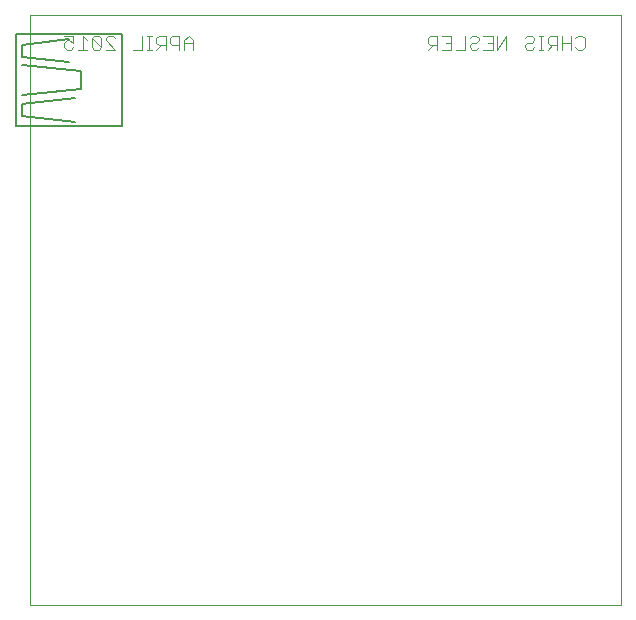
<source format=gbo>
G75*
G70*
%OFA0B0*%
%FSLAX24Y24*%
%IPPOS*%
%LPD*%
%AMOC8*
5,1,8,0,0,1.08239X$1,22.5*
%
%ADD10C,0.0000*%
%ADD11C,0.0040*%
%ADD12C,0.0050*%
D10*
X000615Y000181D02*
X000615Y019866D01*
X020300Y019866D01*
X020300Y000181D01*
X000615Y000181D01*
D11*
X001825Y018701D02*
X001979Y018701D01*
X002056Y018778D01*
X002056Y018932D02*
X001902Y019008D01*
X001825Y019008D01*
X001749Y018932D01*
X001749Y018778D01*
X001825Y018701D01*
X002056Y018932D02*
X002056Y019162D01*
X001749Y019162D01*
X002362Y019162D02*
X002362Y018701D01*
X002209Y018701D02*
X002516Y018701D01*
X002669Y018778D02*
X002746Y018701D01*
X002900Y018701D01*
X002976Y018778D01*
X002669Y019085D01*
X002669Y018778D01*
X002516Y019008D02*
X002362Y019162D01*
X002669Y019085D02*
X002746Y019162D01*
X002900Y019162D01*
X002976Y019085D01*
X002976Y018778D01*
X003130Y018701D02*
X003437Y018701D01*
X003130Y019008D01*
X003130Y019085D01*
X003206Y019162D01*
X003360Y019162D01*
X003437Y019085D01*
X004050Y018701D02*
X004357Y018701D01*
X004357Y019162D01*
X004511Y019162D02*
X004664Y019162D01*
X004587Y019162D02*
X004587Y018701D01*
X004511Y018701D02*
X004664Y018701D01*
X004818Y018701D02*
X004971Y018855D01*
X004894Y018855D02*
X005125Y018855D01*
X005125Y018701D02*
X005125Y019162D01*
X004894Y019162D01*
X004818Y019085D01*
X004818Y018932D01*
X004894Y018855D01*
X005278Y018932D02*
X005355Y018855D01*
X005585Y018855D01*
X005585Y018701D02*
X005585Y019162D01*
X005355Y019162D01*
X005278Y019085D01*
X005278Y018932D01*
X005738Y018932D02*
X006045Y018932D01*
X006045Y019008D02*
X006045Y018701D01*
X005738Y018701D02*
X005738Y019008D01*
X005892Y019162D01*
X006045Y019008D01*
X013877Y018932D02*
X013954Y018855D01*
X014184Y018855D01*
X014031Y018855D02*
X013877Y018701D01*
X013877Y018932D02*
X013877Y019085D01*
X013954Y019162D01*
X014184Y019162D01*
X014184Y018701D01*
X014338Y018701D02*
X014645Y018701D01*
X014645Y019162D01*
X014338Y019162D01*
X014491Y018932D02*
X014645Y018932D01*
X014798Y018701D02*
X015105Y018701D01*
X015105Y019162D01*
X015259Y019085D02*
X015335Y019162D01*
X015489Y019162D01*
X015565Y019085D01*
X015565Y019008D01*
X015489Y018932D01*
X015335Y018932D01*
X015259Y018855D01*
X015259Y018778D01*
X015335Y018701D01*
X015489Y018701D01*
X015565Y018778D01*
X015719Y018701D02*
X016026Y018701D01*
X016026Y019162D01*
X015719Y019162D01*
X015872Y018932D02*
X016026Y018932D01*
X016179Y019162D02*
X016179Y018701D01*
X016486Y019162D01*
X016486Y018701D01*
X017100Y018778D02*
X017177Y018701D01*
X017330Y018701D01*
X017407Y018778D01*
X017560Y018701D02*
X017714Y018701D01*
X017637Y018701D02*
X017637Y019162D01*
X017714Y019162D02*
X017560Y019162D01*
X017407Y019085D02*
X017407Y019008D01*
X017330Y018932D01*
X017177Y018932D01*
X017100Y018855D01*
X017100Y018778D01*
X017100Y019085D02*
X017177Y019162D01*
X017330Y019162D01*
X017407Y019085D01*
X017867Y019085D02*
X017867Y018932D01*
X017944Y018855D01*
X018174Y018855D01*
X018021Y018855D02*
X017867Y018701D01*
X018174Y018701D02*
X018174Y019162D01*
X017944Y019162D01*
X017867Y019085D01*
X018328Y019162D02*
X018328Y018701D01*
X018328Y018932D02*
X018634Y018932D01*
X018788Y019085D02*
X018865Y019162D01*
X019018Y019162D01*
X019095Y019085D01*
X019095Y018778D01*
X019018Y018701D01*
X018865Y018701D01*
X018788Y018778D01*
X018634Y018701D02*
X018634Y019162D01*
D12*
X003682Y019217D02*
X003682Y016146D01*
X000138Y016146D01*
X000138Y019217D01*
X003682Y019217D01*
X002304Y017977D02*
X002304Y017386D01*
X000335Y017189D01*
X000335Y016894D02*
X002107Y017091D01*
X002107Y016303D02*
X000335Y016500D01*
X000335Y016894D01*
X000335Y018174D02*
X002304Y017977D01*
X001910Y018272D02*
X000335Y018469D01*
X000335Y018863D01*
X001910Y019059D01*
M02*

</source>
